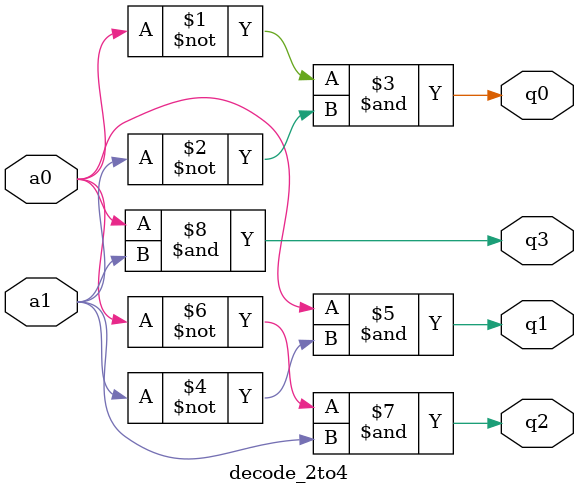
<source format=v>
/*
 * Top module for iCEstick blinky
 *
 * Make circular pattern on red LEDs, flash green LEDs.
 *
 * Generate test signals at 6.28MHz and 0.749Hz.
 */

module top(input CLK
       , output LED1
       , output LED2
       , output LED3
       , output LED4
       , output LED5
       , output TSTA
       , output TSTB
       );

   wire       pllclk;
   wire       locked;
   pll myPLL (.clock_in(CLK), .clock_out(pllclk), .locked(locked));

   wire       sysclk;
   SB_GB sbGlobalBuffer_inst( .USER_SIGNAL_TO_GLOBAL_BUFFER(pllclk)
                            , .GLOBAL_BUFFER_OUTPUT(sysclk) );

   // 27-bit counter: 100.5MHz / 2^27 ~ 0.749Hz
   localparam SYS_CNTR_WIDTH = 27;

   reg [SYS_CNTR_WIDTH-1:0] syscounter;
   always @(posedge sysclk)
     syscounter <= syscounter + 1;

   // test signals on counter
   assign TSTA = syscounter[3];                // 100.5MHz / 2^4 = 6.29MHz
   assign TSTB = syscounter[SYS_CNTR_WIDTH-1]; //                  0.749Hz

   // extract slowest 3-bits...
   wire [2:0]  display;
   assign display[2:0] = syscounter[SYS_CNTR_WIDTH-1:SYS_CNTR_WIDTH-3];

   // .. use slowest to flash green LED,
   assign LED5 = display[2];

   // .. and slightly faster ones to make a spinner
   decode_2to4 myDecoder (.a0(display[0]), .a1(display[1]),
              .q0(LED1), .q1(LED2), .q2(LED3), .q3(LED4));

endmodule

/*
 * 2-bit to 4-line decode
 *  - positive logic i.e. q0 is high when (a0,a1) == (low,low)
 */
module decode_2to4(input a0, input a1
           , output q0, output q1, output q2, output q3);

   assign q0 = (~a0) & (~a1);
   assign q1 = ( a0) & (~a1);
   assign q2 = (~a0) & ( a1);
   assign q3 = ( a0) & ( a1);

endmodule


</source>
